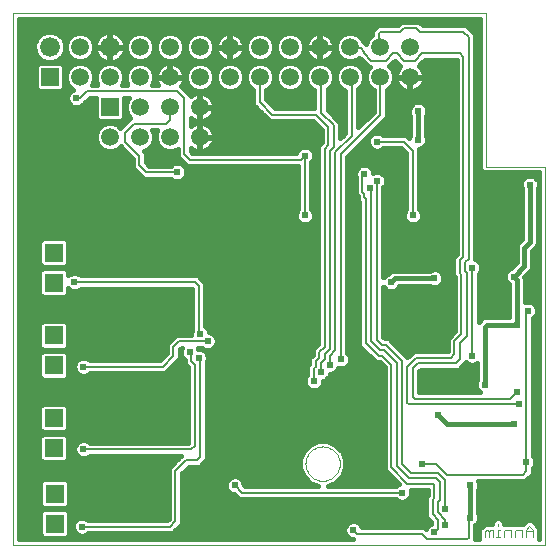
<source format=gbl>
G75*
%MOIN*%
%OFA0B0*%
%FSLAX24Y24*%
%IPPOS*%
%LPD*%
%AMOC8*
5,1,8,0,0,1.08239X$1,22.5*
%
%ADD10C,0.0000*%
%ADD11C,0.0030*%
%ADD12R,0.0591X0.0591*%
%ADD13C,0.0660*%
%ADD14C,0.0591*%
%ADD15R,0.0600X0.0600*%
%ADD16C,0.0240*%
%ADD17C,0.0160*%
%ADD18C,0.0080*%
D10*
X005744Y004971D02*
X023460Y004971D01*
X023460Y017570D01*
X021492Y017570D01*
X021492Y022688D01*
X005744Y022688D01*
X005744Y004971D01*
X015484Y007674D02*
X015486Y007721D01*
X015492Y007768D01*
X015501Y007814D01*
X015515Y007859D01*
X015532Y007903D01*
X015553Y007946D01*
X015577Y007986D01*
X015604Y008025D01*
X015635Y008061D01*
X015668Y008094D01*
X015704Y008125D01*
X015743Y008152D01*
X015783Y008176D01*
X015826Y008197D01*
X015870Y008214D01*
X015915Y008228D01*
X015961Y008237D01*
X016008Y008243D01*
X016055Y008245D01*
X016102Y008243D01*
X016149Y008237D01*
X016195Y008228D01*
X016240Y008214D01*
X016284Y008197D01*
X016327Y008176D01*
X016367Y008152D01*
X016406Y008125D01*
X016442Y008094D01*
X016475Y008061D01*
X016506Y008025D01*
X016533Y007986D01*
X016557Y007946D01*
X016578Y007903D01*
X016595Y007859D01*
X016609Y007814D01*
X016618Y007768D01*
X016624Y007721D01*
X016626Y007674D01*
X016624Y007627D01*
X016618Y007580D01*
X016609Y007534D01*
X016595Y007489D01*
X016578Y007445D01*
X016557Y007402D01*
X016533Y007362D01*
X016506Y007323D01*
X016475Y007287D01*
X016442Y007254D01*
X016406Y007223D01*
X016367Y007196D01*
X016327Y007172D01*
X016284Y007151D01*
X016240Y007134D01*
X016195Y007120D01*
X016149Y007111D01*
X016102Y007105D01*
X016055Y007103D01*
X016008Y007105D01*
X015961Y007111D01*
X015915Y007120D01*
X015870Y007134D01*
X015826Y007151D01*
X015783Y007172D01*
X015743Y007196D01*
X015704Y007223D01*
X015668Y007254D01*
X015635Y007287D01*
X015604Y007323D01*
X015577Y007362D01*
X015553Y007402D01*
X015532Y007445D01*
X015515Y007489D01*
X015501Y007534D01*
X015492Y007580D01*
X015486Y007627D01*
X015484Y007674D01*
D11*
X021471Y005412D02*
X021471Y005226D01*
X021595Y005226D02*
X021595Y005412D01*
X021533Y005473D01*
X021471Y005412D01*
X021595Y005412D02*
X021656Y005473D01*
X021718Y005473D01*
X021718Y005226D01*
X021840Y005226D02*
X021964Y005226D01*
X021902Y005226D02*
X021902Y005473D01*
X021964Y005473D01*
X022085Y005412D02*
X022147Y005473D01*
X022332Y005473D01*
X022332Y005226D01*
X022454Y005226D02*
X022454Y005412D01*
X022515Y005473D01*
X022700Y005473D01*
X022700Y005226D01*
X022822Y005226D02*
X022822Y005473D01*
X022945Y005597D01*
X023069Y005473D01*
X023069Y005226D01*
X023069Y005412D02*
X022822Y005412D01*
X022085Y005412D02*
X022085Y005226D01*
X021902Y005597D02*
X021902Y005658D01*
D12*
X008960Y019558D03*
X006960Y020558D03*
D13*
X006960Y021558D03*
X008960Y021558D03*
D14*
X009960Y021558D03*
X010960Y021558D03*
X011960Y021558D03*
X012960Y021558D03*
X013960Y021558D03*
X014960Y021558D03*
X015960Y021558D03*
X016960Y021558D03*
X017960Y021558D03*
X018960Y021558D03*
X018960Y020558D03*
X017960Y020558D03*
X016960Y020558D03*
X015960Y020558D03*
X014960Y020558D03*
X013960Y020558D03*
X012960Y020558D03*
X011960Y020558D03*
X010960Y020558D03*
X009960Y020558D03*
X008960Y020558D03*
X007960Y020558D03*
X007960Y021558D03*
X009960Y019558D03*
X010960Y019558D03*
X011960Y019558D03*
X011960Y018558D03*
X010960Y018558D03*
X009960Y018558D03*
X008960Y018558D03*
D15*
X007097Y014707D03*
X007097Y013707D03*
X007097Y011951D03*
X007097Y010951D03*
X007097Y009195D03*
X007097Y008195D03*
X007120Y006676D03*
X007120Y005676D03*
D16*
X008024Y005571D03*
X008684Y006051D03*
X010724Y005871D03*
X010724Y005271D03*
X012224Y005751D03*
X013124Y006951D03*
X014024Y008691D03*
X016124Y008631D03*
X015764Y010431D03*
X016004Y010731D03*
X016304Y010971D03*
X016664Y011151D03*
X016604Y010551D03*
X019904Y009291D03*
X021464Y010311D03*
X020624Y010671D03*
X021044Y011271D03*
X022544Y012291D03*
X022904Y012771D03*
X022424Y013911D03*
X022004Y014271D03*
X021044Y014211D03*
X019784Y013851D03*
X018884Y014391D03*
X018344Y013731D03*
X018644Y015531D03*
X019064Y015951D03*
X017624Y016851D03*
X017864Y017091D03*
X017444Y017331D03*
X017864Y018411D03*
X019244Y018471D03*
X019244Y019431D03*
X015464Y017931D03*
X015464Y015951D03*
X011984Y014931D03*
X010724Y013191D03*
X010604Y011991D03*
X011624Y011391D03*
X011924Y011211D03*
X012224Y011751D03*
X011984Y011991D03*
X013904Y012711D03*
X009344Y009591D03*
X009404Y008451D03*
X008084Y008151D03*
X008084Y010911D03*
X007784Y013731D03*
X011204Y017391D03*
X007844Y019851D03*
X021344Y016191D03*
X022964Y016971D03*
X022544Y010071D03*
X022604Y009651D03*
X022424Y008991D03*
X022844Y007731D03*
X020984Y006951D03*
X020144Y006171D03*
X020144Y005631D03*
X019784Y005391D03*
X020984Y005871D03*
X018704Y006711D03*
X019364Y007671D03*
X017084Y005451D03*
X015884Y005271D03*
X015944Y006411D03*
D17*
X015886Y006931D02*
X013455Y006931D01*
X013424Y006963D01*
X013424Y007011D01*
X013378Y007121D01*
X013294Y007206D01*
X013183Y007251D01*
X013064Y007251D01*
X012954Y007206D01*
X012869Y007121D01*
X012824Y007011D01*
X012824Y006892D01*
X012869Y006782D01*
X012954Y006697D01*
X013064Y006651D01*
X013113Y006651D01*
X013273Y006491D01*
X018499Y006491D01*
X018534Y006457D01*
X018644Y006411D01*
X018763Y006411D01*
X018874Y006457D01*
X018958Y006542D01*
X019004Y006652D01*
X019004Y006771D01*
X018995Y006791D01*
X019564Y006791D01*
X019564Y006623D01*
X019504Y006563D01*
X019504Y005900D01*
X019633Y005771D01*
X019684Y005720D01*
X019684Y005675D01*
X019614Y005646D01*
X019529Y005561D01*
X019505Y005502D01*
X019455Y005551D01*
X017367Y005551D01*
X017338Y005621D01*
X017254Y005706D01*
X017143Y005751D01*
X017024Y005751D01*
X016914Y005706D01*
X016829Y005621D01*
X016784Y005511D01*
X016784Y005392D01*
X016829Y005282D01*
X016914Y005197D01*
X017024Y005151D01*
X017073Y005151D01*
X005924Y005151D01*
X005924Y022508D01*
X021312Y022508D01*
X021312Y017495D01*
X021417Y017390D01*
X023280Y017390D01*
X023280Y005151D01*
X023264Y005151D01*
X023264Y005554D01*
X023140Y005678D01*
X023026Y005792D01*
X022864Y005792D01*
X022741Y005668D01*
X022434Y005668D01*
X022424Y005658D01*
X022413Y005668D01*
X022097Y005668D01*
X022097Y005739D01*
X021983Y005853D01*
X021821Y005853D01*
X021707Y005739D01*
X021707Y005668D01*
X021532Y005668D01*
X021452Y005668D01*
X021391Y005607D01*
X021276Y005492D01*
X021276Y005151D01*
X021144Y005151D01*
X021144Y005613D01*
X021154Y005617D01*
X021238Y005702D01*
X021284Y005812D01*
X021284Y005931D01*
X021244Y006028D01*
X021244Y006795D01*
X021284Y006892D01*
X021284Y007011D01*
X021250Y007091D01*
X022815Y007091D01*
X022935Y007211D01*
X023064Y007340D01*
X023064Y007527D01*
X023098Y007562D01*
X023144Y007672D01*
X023144Y007791D01*
X023098Y007901D01*
X023064Y007936D01*
X023064Y012513D01*
X023074Y012517D01*
X023158Y012602D01*
X023204Y012712D01*
X023204Y012831D01*
X023158Y012941D01*
X023074Y013026D01*
X022963Y013071D01*
X022844Y013071D01*
X022804Y013055D01*
X022804Y013055D01*
X022804Y013843D01*
X022780Y013900D01*
X022931Y014051D01*
X023004Y014124D01*
X023044Y014220D01*
X023044Y014764D01*
X023111Y014831D01*
X023184Y014904D01*
X023224Y015000D01*
X023224Y016815D01*
X023264Y016912D01*
X023264Y017031D01*
X023218Y017141D01*
X023134Y017226D01*
X023023Y017271D01*
X022904Y017271D01*
X022794Y017226D01*
X022709Y017141D01*
X022664Y017031D01*
X022664Y016912D01*
X022704Y016815D01*
X022704Y015159D01*
X022563Y015019D01*
X022524Y014923D01*
X022524Y014379D01*
X022350Y014206D01*
X022254Y014166D01*
X022169Y014081D01*
X022124Y013971D01*
X022124Y013852D01*
X022169Y013742D01*
X022254Y013657D01*
X022284Y013645D01*
X022284Y012551D01*
X021472Y012551D01*
X021376Y012512D01*
X021316Y012452D01*
X021264Y012399D01*
X021264Y014007D01*
X021298Y014042D01*
X021344Y014152D01*
X021344Y014271D01*
X021298Y014381D01*
X021214Y014466D01*
X021144Y014495D01*
X021144Y021983D01*
X020964Y022163D01*
X020835Y022291D01*
X019395Y022291D01*
X019275Y022411D01*
X018673Y022411D01*
X018553Y022291D01*
X017893Y022291D01*
X017833Y022231D01*
X017704Y022103D01*
X017704Y021966D01*
X017691Y021961D01*
X017557Y021827D01*
X017493Y021673D01*
X017415Y021751D01*
X017395Y021751D01*
X017363Y021827D01*
X017229Y021961D01*
X017055Y022033D01*
X016866Y022033D01*
X016691Y021961D01*
X016557Y021827D01*
X016485Y021653D01*
X016485Y021464D01*
X016557Y021289D01*
X016691Y021155D01*
X016866Y021083D01*
X017055Y021083D01*
X017229Y021155D01*
X017279Y021205D01*
X017353Y021131D01*
X017593Y020891D01*
X017621Y020891D01*
X017557Y020827D01*
X017485Y020653D01*
X017485Y020464D01*
X017557Y020289D01*
X017691Y020155D01*
X017764Y020125D01*
X017764Y019403D01*
X017244Y018883D01*
X017244Y020169D01*
X017363Y020289D01*
X017436Y020464D01*
X017436Y020653D01*
X017363Y020827D01*
X017229Y020961D01*
X017055Y021033D01*
X016866Y021033D01*
X016691Y020961D01*
X016557Y020827D01*
X016485Y020653D01*
X016485Y020464D01*
X016557Y020289D01*
X016691Y020155D01*
X016804Y020108D01*
X016804Y018683D01*
X016644Y018523D01*
X016644Y019043D01*
X016224Y019463D01*
X016224Y020153D01*
X016229Y020155D01*
X016363Y020289D01*
X016436Y020464D01*
X016436Y020653D01*
X016363Y020827D01*
X016229Y020961D01*
X016055Y021033D01*
X015866Y021033D01*
X015691Y020961D01*
X015557Y020827D01*
X015485Y020653D01*
X015485Y020464D01*
X015557Y020289D01*
X015691Y020155D01*
X015784Y020117D01*
X015784Y019531D01*
X014475Y019531D01*
X014184Y019823D01*
X014184Y020136D01*
X014229Y020155D01*
X014363Y020289D01*
X014436Y020464D01*
X014436Y020653D01*
X014363Y020827D01*
X014229Y020961D01*
X014055Y021033D01*
X013866Y021033D01*
X013691Y020961D01*
X013557Y020827D01*
X013485Y020653D01*
X013485Y020464D01*
X013557Y020289D01*
X013691Y020155D01*
X013744Y020133D01*
X013744Y019640D01*
X013873Y019511D01*
X014293Y019091D01*
X015733Y019091D01*
X016024Y018800D01*
X016024Y018383D01*
X015904Y018263D01*
X015904Y011663D01*
X015724Y011483D01*
X015724Y011303D01*
X015604Y011183D01*
X015604Y011003D01*
X015544Y010943D01*
X015544Y010636D01*
X015509Y010601D01*
X015464Y010491D01*
X015464Y010372D01*
X015509Y010262D01*
X015594Y010177D01*
X015704Y010131D01*
X015823Y010131D01*
X015934Y010177D01*
X016018Y010262D01*
X016064Y010372D01*
X016064Y010432D01*
X016174Y010477D01*
X016258Y010562D01*
X016304Y010671D01*
X016363Y010671D01*
X016474Y010717D01*
X016558Y010802D01*
X016582Y010860D01*
X016604Y010851D01*
X016723Y010851D01*
X016834Y010897D01*
X016918Y010982D01*
X016964Y011092D01*
X016964Y011211D01*
X016918Y011321D01*
X016884Y011356D01*
X016884Y017900D01*
X018075Y019091D01*
X018204Y019220D01*
X018204Y020144D01*
X018229Y020155D01*
X018363Y020289D01*
X018436Y020464D01*
X018436Y020653D01*
X018363Y020827D01*
X018277Y020914D01*
X018384Y021020D01*
X018464Y021100D01*
X018647Y020917D01*
X018598Y020868D01*
X018554Y020807D01*
X018520Y020741D01*
X018497Y020669D01*
X018485Y020595D01*
X018485Y020576D01*
X018942Y020576D01*
X018942Y020540D01*
X018485Y020540D01*
X018485Y020521D01*
X018497Y020447D01*
X018520Y020376D01*
X018554Y020309D01*
X018598Y020248D01*
X018651Y020196D01*
X018711Y020152D01*
X018778Y020118D01*
X018849Y020094D01*
X018923Y020083D01*
X018942Y020083D01*
X018942Y020540D01*
X018979Y020540D01*
X018979Y020576D01*
X019436Y020576D01*
X019436Y020595D01*
X019424Y020669D01*
X019401Y020741D01*
X019367Y020807D01*
X019323Y020868D01*
X019270Y020921D01*
X019255Y020931D01*
X019344Y021020D01*
X019455Y021131D01*
X020524Y021131D01*
X020524Y014663D01*
X020404Y014543D01*
X020404Y013940D01*
X020464Y013880D01*
X020464Y012083D01*
X020224Y011843D01*
X020224Y011431D01*
X019093Y011431D01*
X018964Y011303D01*
X018884Y011223D01*
X018384Y011723D01*
X018255Y011851D01*
X018135Y011851D01*
X018084Y011903D01*
X018084Y013575D01*
X018089Y013562D01*
X018174Y013477D01*
X018284Y013431D01*
X018403Y013431D01*
X018514Y013477D01*
X018598Y013562D01*
X018610Y013591D01*
X019627Y013591D01*
X019724Y013551D01*
X019843Y013551D01*
X019954Y013597D01*
X020038Y013682D01*
X020084Y013792D01*
X020084Y013911D01*
X020038Y014021D01*
X019954Y014106D01*
X019843Y014151D01*
X019724Y014151D01*
X019627Y014111D01*
X018412Y014111D01*
X018316Y014072D01*
X018270Y014026D01*
X018174Y013986D01*
X018089Y013901D01*
X018084Y013888D01*
X018084Y016887D01*
X018118Y016922D01*
X018164Y017032D01*
X018164Y017151D01*
X018118Y017261D01*
X018034Y017346D01*
X017923Y017391D01*
X017804Y017391D01*
X017744Y017366D01*
X017744Y017391D01*
X017698Y017501D01*
X017614Y017586D01*
X017503Y017631D01*
X017384Y017631D01*
X017274Y017586D01*
X017189Y017501D01*
X017144Y017391D01*
X017144Y017272D01*
X017164Y017223D01*
X017164Y016640D01*
X017224Y016580D01*
X017224Y016460D01*
X017284Y016400D01*
X017284Y011600D01*
X017413Y011471D01*
X017833Y011051D01*
X017953Y011051D01*
X018124Y010880D01*
X018124Y007460D01*
X018253Y007331D01*
X018594Y006991D01*
X018534Y006966D01*
X018499Y006931D01*
X016224Y006931D01*
X016480Y007038D01*
X016691Y007249D01*
X016806Y007525D01*
X016806Y007824D01*
X016691Y008100D01*
X016480Y008311D01*
X016204Y008425D01*
X015905Y008425D01*
X015629Y008311D01*
X015418Y008100D01*
X015304Y007824D01*
X015304Y007525D01*
X015418Y007249D01*
X015629Y007038D01*
X015886Y006931D01*
X015643Y007032D02*
X013415Y007032D01*
X013309Y007190D02*
X015477Y007190D01*
X015377Y007349D02*
X011372Y007349D01*
X011364Y007340D02*
X011595Y007571D01*
X011955Y007571D01*
X012075Y007691D01*
X012204Y007820D01*
X012204Y011103D01*
X012224Y011152D01*
X012224Y011271D01*
X012178Y011381D01*
X012094Y011466D01*
X011983Y011511D01*
X011899Y011511D01*
X011890Y011531D01*
X012019Y011531D01*
X012054Y011497D01*
X012164Y011451D01*
X012283Y011451D01*
X012394Y011497D01*
X012478Y011582D01*
X012524Y011692D01*
X012524Y011811D01*
X012478Y011921D01*
X012394Y012006D01*
X012284Y012051D01*
X012238Y012161D01*
X012154Y012246D01*
X012144Y012250D01*
X012144Y013703D01*
X012015Y013831D01*
X011895Y013951D01*
X007988Y013951D01*
X007954Y013986D01*
X007843Y014031D01*
X007724Y014031D01*
X007614Y013986D01*
X007577Y013949D01*
X007577Y014081D01*
X007472Y014187D01*
X006723Y014187D01*
X006617Y014081D01*
X006617Y013332D01*
X006723Y013227D01*
X007472Y013227D01*
X007577Y013332D01*
X007577Y013513D01*
X007614Y013477D01*
X007724Y013431D01*
X007843Y013431D01*
X007954Y013477D01*
X007988Y013511D01*
X011704Y013511D01*
X011704Y012099D01*
X011684Y012051D01*
X011684Y011971D01*
X011173Y011971D01*
X011044Y011843D01*
X011044Y011843D01*
X010993Y011791D01*
X010993Y011791D01*
X010864Y011663D01*
X010864Y011363D01*
X010633Y011131D01*
X008288Y011131D01*
X008254Y011166D01*
X008143Y011211D01*
X008024Y011211D01*
X007914Y011166D01*
X007829Y011081D01*
X007784Y010971D01*
X007784Y010852D01*
X007829Y010742D01*
X007914Y010657D01*
X008024Y010611D01*
X008143Y010611D01*
X008254Y010657D01*
X008288Y010691D01*
X010815Y010691D01*
X011175Y011051D01*
X011304Y011180D01*
X011304Y011480D01*
X011355Y011531D01*
X011357Y011531D01*
X011324Y011451D01*
X011324Y011332D01*
X011369Y011222D01*
X011454Y011137D01*
X011464Y011133D01*
X011464Y011000D01*
X011584Y010880D01*
X011584Y008371D01*
X008288Y008371D01*
X008254Y008406D01*
X008143Y008451D01*
X008024Y008451D01*
X007914Y008406D01*
X007829Y008321D01*
X007784Y008211D01*
X007784Y008092D01*
X007829Y007982D01*
X007914Y007897D01*
X008024Y007851D01*
X008143Y007851D01*
X008254Y007897D01*
X008288Y007931D01*
X011333Y007931D01*
X011284Y007883D01*
X010924Y007523D01*
X010924Y005843D01*
X010873Y005791D01*
X008228Y005791D01*
X008194Y005826D01*
X008083Y005871D01*
X007964Y005871D01*
X007854Y005826D01*
X007769Y005741D01*
X007724Y005631D01*
X007724Y005512D01*
X007769Y005402D01*
X007854Y005317D01*
X007964Y005271D01*
X008083Y005271D01*
X008194Y005317D01*
X008228Y005351D01*
X011055Y005351D01*
X011235Y005531D01*
X011364Y005660D01*
X011364Y007340D01*
X011364Y007190D02*
X012938Y007190D01*
X012832Y007032D02*
X011364Y007032D01*
X011364Y006873D02*
X012831Y006873D01*
X012936Y006715D02*
X011364Y006715D01*
X011364Y006556D02*
X013208Y006556D01*
X012224Y005751D02*
X011744Y005751D01*
X011264Y005271D01*
X010724Y005271D01*
X011150Y005447D02*
X016784Y005447D01*
X016823Y005605D02*
X011309Y005605D01*
X011364Y005764D02*
X019640Y005764D01*
X019573Y005605D02*
X017345Y005605D01*
X016826Y005288D02*
X008124Y005288D01*
X007923Y005288D02*
X007588Y005288D01*
X007600Y005301D02*
X007600Y006050D01*
X007495Y006156D01*
X006746Y006156D01*
X006640Y006050D01*
X006640Y005301D01*
X006746Y005196D01*
X007495Y005196D01*
X007600Y005301D01*
X007600Y005447D02*
X007751Y005447D01*
X007724Y005605D02*
X007600Y005605D01*
X007600Y005764D02*
X007792Y005764D01*
X007600Y005922D02*
X010924Y005922D01*
X010924Y006081D02*
X007570Y006081D01*
X007495Y006196D02*
X007600Y006301D01*
X007600Y007050D01*
X007495Y007156D01*
X006746Y007156D01*
X006640Y007050D01*
X006640Y006301D01*
X006746Y006196D01*
X007495Y006196D01*
X007539Y006239D02*
X010924Y006239D01*
X010924Y006398D02*
X007600Y006398D01*
X007600Y006556D02*
X010924Y006556D01*
X010924Y006715D02*
X007600Y006715D01*
X007600Y006873D02*
X010924Y006873D01*
X010924Y007032D02*
X007600Y007032D01*
X007472Y007715D02*
X006723Y007715D01*
X006617Y007820D01*
X006617Y008569D01*
X006723Y008675D01*
X007472Y008675D01*
X007577Y008569D01*
X007577Y007820D01*
X007472Y007715D01*
X007577Y007824D02*
X011226Y007824D01*
X011067Y007666D02*
X005924Y007666D01*
X005924Y007824D02*
X006617Y007824D01*
X006617Y007983D02*
X005924Y007983D01*
X005924Y008141D02*
X006617Y008141D01*
X006617Y008300D02*
X005924Y008300D01*
X005924Y008458D02*
X006617Y008458D01*
X006665Y008617D02*
X005924Y008617D01*
X005924Y008775D02*
X006662Y008775D01*
X006617Y008820D02*
X006723Y008715D01*
X007472Y008715D01*
X007577Y008820D01*
X007577Y009569D01*
X007472Y009675D01*
X006723Y009675D01*
X006617Y009569D01*
X006617Y008820D01*
X006617Y008934D02*
X005924Y008934D01*
X005924Y009092D02*
X006617Y009092D01*
X006617Y009251D02*
X005924Y009251D01*
X005924Y009409D02*
X006617Y009409D01*
X006617Y009568D02*
X005924Y009568D01*
X005924Y009726D02*
X011584Y009726D01*
X011584Y009568D02*
X007577Y009568D01*
X007577Y009409D02*
X011584Y009409D01*
X011584Y009251D02*
X007577Y009251D01*
X007577Y009092D02*
X011584Y009092D01*
X011584Y008934D02*
X007577Y008934D01*
X007533Y008775D02*
X011584Y008775D01*
X011584Y008617D02*
X007530Y008617D01*
X007577Y008458D02*
X011584Y008458D01*
X012204Y008458D02*
X018124Y008458D01*
X018124Y008300D02*
X016491Y008300D01*
X016649Y008141D02*
X018124Y008141D01*
X018124Y007983D02*
X016740Y007983D01*
X016805Y007824D02*
X018124Y007824D01*
X018124Y007666D02*
X016806Y007666D01*
X016798Y007507D02*
X018124Y007507D01*
X018235Y007349D02*
X016733Y007349D01*
X016633Y007190D02*
X018394Y007190D01*
X018253Y007331D02*
X018253Y007331D01*
X018552Y007032D02*
X016466Y007032D01*
X015311Y007507D02*
X011531Y007507D01*
X012049Y007666D02*
X015304Y007666D01*
X015304Y007824D02*
X012204Y007824D01*
X012204Y007983D02*
X015370Y007983D01*
X015460Y008141D02*
X012204Y008141D01*
X012204Y008300D02*
X015619Y008300D01*
X016064Y008691D02*
X016124Y008631D01*
X016184Y008691D01*
X016184Y010311D01*
X016424Y010551D01*
X016604Y010551D01*
X016378Y010677D02*
X018124Y010677D01*
X018124Y010519D02*
X016215Y010519D01*
X016059Y010360D02*
X018124Y010360D01*
X018124Y010202D02*
X015958Y010202D01*
X015569Y010202D02*
X012204Y010202D01*
X012204Y010360D02*
X015468Y010360D01*
X015475Y010519D02*
X012204Y010519D01*
X012204Y010677D02*
X015544Y010677D01*
X015544Y010836D02*
X012204Y010836D01*
X012204Y010994D02*
X015596Y010994D01*
X015604Y011153D02*
X012224Y011153D01*
X012207Y011311D02*
X015724Y011311D01*
X015724Y011470D02*
X012328Y011470D01*
X012119Y011470D02*
X012084Y011470D01*
X012497Y011628D02*
X015870Y011628D01*
X015904Y011787D02*
X012524Y011787D01*
X012454Y011945D02*
X015904Y011945D01*
X015904Y012104D02*
X012262Y012104D01*
X012144Y012262D02*
X015904Y012262D01*
X015904Y012421D02*
X012144Y012421D01*
X012144Y012579D02*
X015904Y012579D01*
X015904Y012738D02*
X012144Y012738D01*
X012144Y012896D02*
X015904Y012896D01*
X015904Y013055D02*
X012144Y013055D01*
X012144Y013213D02*
X015904Y013213D01*
X015904Y013372D02*
X012144Y013372D01*
X012144Y013530D02*
X015904Y013530D01*
X015904Y013689D02*
X012144Y013689D01*
X011999Y013847D02*
X015904Y013847D01*
X015904Y014006D02*
X007905Y014006D01*
X007663Y014006D02*
X007577Y014006D01*
X007494Y014164D02*
X015904Y014164D01*
X015904Y014323D02*
X007568Y014323D01*
X007577Y014332D02*
X007577Y015081D01*
X007472Y015187D01*
X006723Y015187D01*
X006617Y015081D01*
X006617Y014332D01*
X006723Y014227D01*
X007472Y014227D01*
X007577Y014332D01*
X007577Y014481D02*
X015904Y014481D01*
X015904Y014640D02*
X007577Y014640D01*
X007577Y014798D02*
X015904Y014798D01*
X015904Y014957D02*
X007577Y014957D01*
X007543Y015115D02*
X015904Y015115D01*
X015904Y015274D02*
X005924Y015274D01*
X005924Y015432D02*
X015904Y015432D01*
X015904Y015591D02*
X005924Y015591D01*
X005924Y015749D02*
X015241Y015749D01*
X015209Y015782D02*
X015294Y015697D01*
X015404Y015651D01*
X015523Y015651D01*
X015634Y015697D01*
X015718Y015782D01*
X015764Y015892D01*
X015764Y016011D01*
X015718Y016121D01*
X015684Y016156D01*
X015684Y017727D01*
X015718Y017762D01*
X015764Y017872D01*
X015764Y017991D01*
X015718Y018101D01*
X015634Y018186D01*
X015523Y018231D01*
X015404Y018231D01*
X015294Y018186D01*
X015209Y018101D01*
X015180Y018031D01*
X011715Y018031D01*
X011664Y018083D01*
X011664Y018186D01*
X011711Y018152D01*
X011778Y018118D01*
X011849Y018094D01*
X011923Y018083D01*
X011942Y018083D01*
X011942Y018540D01*
X011979Y018540D01*
X011979Y018576D01*
X012436Y018576D01*
X012436Y018595D01*
X012424Y018669D01*
X012401Y018741D01*
X012367Y018807D01*
X012323Y018868D01*
X012270Y018921D01*
X012209Y018965D01*
X012143Y018999D01*
X012072Y019022D01*
X011998Y019033D01*
X011979Y019033D01*
X011979Y018577D01*
X011942Y018577D01*
X011942Y019033D01*
X011923Y019033D01*
X011849Y019022D01*
X011778Y018999D01*
X011711Y018965D01*
X011664Y018930D01*
X011664Y019186D01*
X011711Y019152D01*
X011778Y019118D01*
X011849Y019094D01*
X011923Y019083D01*
X011942Y019083D01*
X011942Y019540D01*
X011979Y019540D01*
X011979Y019576D01*
X012436Y019576D01*
X012436Y019595D01*
X012424Y019669D01*
X012401Y019741D01*
X012367Y019807D01*
X012323Y019868D01*
X012270Y019921D01*
X012209Y019965D01*
X012143Y019999D01*
X012072Y020022D01*
X011998Y020033D01*
X011979Y020033D01*
X011979Y019577D01*
X011942Y019577D01*
X011942Y020033D01*
X011923Y020033D01*
X011849Y020022D01*
X011778Y019999D01*
X011711Y019965D01*
X011664Y019930D01*
X011664Y019943D01*
X011535Y020071D01*
X011338Y020269D01*
X011367Y020309D01*
X011401Y020376D01*
X011424Y020447D01*
X011436Y020521D01*
X011436Y020540D01*
X010979Y020540D01*
X010979Y020576D01*
X011436Y020576D01*
X011436Y020595D01*
X011424Y020669D01*
X011401Y020741D01*
X011367Y020807D01*
X011323Y020868D01*
X011270Y020921D01*
X011209Y020965D01*
X011143Y020999D01*
X011072Y021022D01*
X010998Y021033D01*
X010979Y021033D01*
X010979Y020577D01*
X010942Y020577D01*
X010942Y021033D01*
X010923Y021033D01*
X010849Y021022D01*
X010778Y020999D01*
X010711Y020965D01*
X010651Y020921D01*
X010598Y020868D01*
X010554Y020807D01*
X010520Y020741D01*
X010497Y020669D01*
X010485Y020595D01*
X010485Y020576D01*
X010942Y020576D01*
X010942Y020540D01*
X010485Y020540D01*
X010485Y020521D01*
X010497Y020447D01*
X010520Y020376D01*
X010552Y020311D01*
X010373Y020311D01*
X010436Y020464D01*
X010436Y020653D01*
X010363Y020827D01*
X010229Y020961D01*
X010055Y021033D01*
X009866Y021033D01*
X009691Y020961D01*
X009557Y020827D01*
X009485Y020653D01*
X009485Y020464D01*
X009548Y020311D01*
X009373Y020311D01*
X009436Y020464D01*
X009436Y020653D01*
X009363Y020827D01*
X009229Y020961D01*
X009055Y021033D01*
X008866Y021033D01*
X008691Y020961D01*
X008557Y020827D01*
X008485Y020653D01*
X008485Y020464D01*
X008548Y020311D01*
X008373Y020311D01*
X008436Y020464D01*
X008436Y020653D01*
X008363Y020827D01*
X008229Y020961D01*
X008055Y021033D01*
X007866Y021033D01*
X007691Y020961D01*
X007557Y020827D01*
X007485Y020653D01*
X007485Y020464D01*
X007557Y020289D01*
X007691Y020155D01*
X007742Y020134D01*
X007674Y020106D01*
X007589Y020021D01*
X007544Y019911D01*
X007544Y019792D01*
X007589Y019682D01*
X007674Y019597D01*
X007784Y019551D01*
X007903Y019551D01*
X008014Y019597D01*
X008048Y019631D01*
X008055Y019631D01*
X008295Y019871D01*
X008485Y019871D01*
X008485Y019188D01*
X008590Y019083D01*
X009330Y019083D01*
X009436Y019188D01*
X009436Y019871D01*
X009601Y019871D01*
X009557Y019827D01*
X009485Y019653D01*
X009485Y019464D01*
X009557Y019289D01*
X009644Y019203D01*
X009544Y019103D01*
X009316Y018875D01*
X009229Y018961D01*
X009055Y019033D01*
X008866Y019033D01*
X008691Y018961D01*
X008557Y018827D01*
X008485Y018653D01*
X008485Y018464D01*
X008557Y018289D01*
X008691Y018155D01*
X008866Y018083D01*
X009055Y018083D01*
X009229Y018155D01*
X009319Y018245D01*
X009373Y018191D01*
X009724Y017840D01*
X009724Y017540D01*
X009853Y017411D01*
X010093Y017171D01*
X010999Y017171D01*
X011034Y017137D01*
X011144Y017091D01*
X011263Y017091D01*
X011374Y017137D01*
X011458Y017222D01*
X011504Y017332D01*
X011504Y017451D01*
X011458Y017561D01*
X011374Y017646D01*
X011263Y017691D01*
X011144Y017691D01*
X011034Y017646D01*
X010999Y017611D01*
X010275Y017611D01*
X010164Y017723D01*
X010164Y018023D01*
X010089Y018097D01*
X010229Y018155D01*
X010363Y018289D01*
X010436Y018464D01*
X010436Y018653D01*
X010378Y018791D01*
X010542Y018791D01*
X010485Y018653D01*
X010485Y018464D01*
X010557Y018289D01*
X010691Y018155D01*
X010866Y018083D01*
X011055Y018083D01*
X011224Y018153D01*
X011224Y017900D01*
X011404Y017720D01*
X011533Y017591D01*
X015244Y017591D01*
X015244Y016156D01*
X015209Y016121D01*
X015164Y016011D01*
X015164Y015892D01*
X015209Y015782D01*
X015164Y015908D02*
X005924Y015908D01*
X005924Y016066D02*
X015187Y016066D01*
X015244Y016225D02*
X005924Y016225D01*
X005924Y016383D02*
X015244Y016383D01*
X015244Y016542D02*
X005924Y016542D01*
X005924Y016700D02*
X015244Y016700D01*
X015244Y016859D02*
X005924Y016859D01*
X005924Y017017D02*
X015244Y017017D01*
X015244Y017176D02*
X011412Y017176D01*
X011504Y017334D02*
X015244Y017334D01*
X015244Y017493D02*
X011486Y017493D01*
X011473Y017651D02*
X011360Y017651D01*
X011314Y017810D02*
X010164Y017810D01*
X010164Y017968D02*
X011224Y017968D01*
X011224Y018127D02*
X011161Y018127D01*
X010759Y018127D02*
X010161Y018127D01*
X010360Y018285D02*
X010561Y018285D01*
X010493Y018444D02*
X010427Y018444D01*
X010436Y018602D02*
X010485Y018602D01*
X010530Y018761D02*
X010391Y018761D01*
X009610Y019236D02*
X009436Y019236D01*
X009436Y019395D02*
X009513Y019395D01*
X009485Y019553D02*
X009436Y019553D01*
X009436Y019712D02*
X009510Y019712D01*
X009436Y019870D02*
X009601Y019870D01*
X009534Y020346D02*
X009387Y020346D01*
X009436Y020504D02*
X009485Y020504D01*
X009489Y020663D02*
X009431Y020663D01*
X009366Y020821D02*
X009555Y020821D01*
X009737Y020980D02*
X009184Y020980D01*
X009156Y021085D02*
X009228Y021122D01*
X009292Y021169D01*
X009349Y021226D01*
X009396Y021291D01*
X009433Y021362D01*
X009458Y021439D01*
X009470Y021518D01*
X009470Y021540D01*
X008979Y021540D01*
X008979Y021576D01*
X009470Y021576D01*
X009470Y021598D01*
X009458Y021677D01*
X009433Y021754D01*
X009396Y021825D01*
X009349Y021890D01*
X009292Y021947D01*
X009228Y021994D01*
X009156Y022031D01*
X009080Y022056D01*
X009000Y022068D01*
X008979Y022068D01*
X008979Y021577D01*
X008942Y021577D01*
X008942Y022068D01*
X008920Y022068D01*
X008841Y022056D01*
X008764Y022031D01*
X008693Y021994D01*
X008628Y021947D01*
X008571Y021890D01*
X008524Y021825D01*
X008488Y021754D01*
X008463Y021677D01*
X008450Y021598D01*
X008450Y021576D01*
X008942Y021576D01*
X008942Y021540D01*
X008450Y021540D01*
X008450Y021518D01*
X008463Y021439D01*
X008488Y021362D01*
X008524Y021291D01*
X008571Y021226D01*
X008628Y021169D01*
X008693Y021122D01*
X008764Y021085D01*
X008841Y021061D01*
X008920Y021048D01*
X008942Y021048D01*
X008942Y021540D01*
X008979Y021540D01*
X008979Y021048D01*
X009000Y021048D01*
X009080Y021061D01*
X009156Y021085D01*
X009250Y021138D02*
X009731Y021138D01*
X009691Y021155D02*
X009866Y021083D01*
X010055Y021083D01*
X010229Y021155D01*
X010363Y021289D01*
X010436Y021464D01*
X010436Y021653D01*
X010363Y021827D01*
X010229Y021961D01*
X010055Y022033D01*
X009866Y022033D01*
X009691Y021961D01*
X009557Y021827D01*
X009485Y021653D01*
X009485Y021464D01*
X009557Y021289D01*
X009691Y021155D01*
X009554Y021297D02*
X009400Y021297D01*
X009460Y021455D02*
X009488Y021455D01*
X009485Y021614D02*
X009468Y021614D01*
X009423Y021772D02*
X009535Y021772D01*
X009661Y021931D02*
X009309Y021931D01*
X008979Y021931D02*
X008942Y021931D01*
X008924Y022011D02*
X008924Y021595D01*
X008960Y021558D01*
X008942Y021614D02*
X008979Y021614D01*
X008979Y021772D02*
X008942Y021772D01*
X008924Y022011D02*
X008624Y022311D01*
X006464Y022311D01*
X006044Y021891D01*
X006044Y019251D01*
X007844Y017451D01*
X007844Y016011D01*
X008924Y014931D01*
X011984Y014931D01*
X011704Y013372D02*
X007577Y013372D01*
X006617Y013372D02*
X005924Y013372D01*
X005924Y013530D02*
X006617Y013530D01*
X006617Y013689D02*
X005924Y013689D01*
X005924Y013847D02*
X006617Y013847D01*
X006617Y014006D02*
X005924Y014006D01*
X005924Y014164D02*
X006701Y014164D01*
X006627Y014323D02*
X005924Y014323D01*
X005924Y014481D02*
X006617Y014481D01*
X006617Y014640D02*
X005924Y014640D01*
X005924Y014798D02*
X006617Y014798D01*
X006617Y014957D02*
X005924Y014957D01*
X005924Y015115D02*
X006652Y015115D01*
X005924Y013213D02*
X011704Y013213D01*
X011704Y013055D02*
X005924Y013055D01*
X005924Y012896D02*
X011704Y012896D01*
X011704Y012738D02*
X005924Y012738D01*
X005924Y012579D02*
X011704Y012579D01*
X011704Y012421D02*
X007482Y012421D01*
X007472Y012431D02*
X007577Y012325D01*
X007577Y011576D01*
X007472Y011471D01*
X006723Y011471D01*
X006617Y011576D01*
X006617Y012325D01*
X006723Y012431D01*
X007472Y012431D01*
X007577Y012262D02*
X011704Y012262D01*
X011704Y012104D02*
X007577Y012104D01*
X007577Y011945D02*
X011147Y011945D01*
X010988Y011787D02*
X007577Y011787D01*
X007577Y011628D02*
X010864Y011628D01*
X010864Y011470D02*
X005924Y011470D01*
X005924Y011628D02*
X006617Y011628D01*
X006617Y011787D02*
X005924Y011787D01*
X005924Y011945D02*
X006617Y011945D01*
X006617Y012104D02*
X005924Y012104D01*
X005924Y012262D02*
X006617Y012262D01*
X006713Y012421D02*
X005924Y012421D01*
X006723Y011431D02*
X006617Y011325D01*
X006617Y010576D01*
X006723Y010471D01*
X007472Y010471D01*
X007577Y010576D01*
X007577Y011325D01*
X007472Y011431D01*
X006723Y011431D01*
X006617Y011311D02*
X005924Y011311D01*
X005924Y011153D02*
X006617Y011153D01*
X006617Y010994D02*
X005924Y010994D01*
X005924Y010836D02*
X006617Y010836D01*
X006617Y010677D02*
X005924Y010677D01*
X005924Y010519D02*
X006675Y010519D01*
X005924Y010360D02*
X011584Y010360D01*
X011584Y010202D02*
X005924Y010202D01*
X005924Y010043D02*
X011584Y010043D01*
X011584Y009885D02*
X005924Y009885D01*
X007520Y010519D02*
X011584Y010519D01*
X011584Y010677D02*
X008274Y010677D01*
X007893Y010677D02*
X007577Y010677D01*
X007577Y010836D02*
X007790Y010836D01*
X007793Y010994D02*
X007577Y010994D01*
X007577Y011153D02*
X007901Y011153D01*
X007577Y011311D02*
X010813Y011311D01*
X010654Y011153D02*
X008266Y011153D01*
X010604Y011991D02*
X010604Y013071D01*
X010724Y013191D01*
X011304Y011470D02*
X011332Y011470D01*
X011332Y011311D02*
X011304Y011311D01*
X011276Y011153D02*
X011438Y011153D01*
X011470Y010994D02*
X011118Y010994D01*
X010959Y010836D02*
X011584Y010836D01*
X012204Y010043D02*
X018124Y010043D01*
X018124Y009885D02*
X012204Y009885D01*
X012204Y009726D02*
X018124Y009726D01*
X018124Y009568D02*
X012204Y009568D01*
X012204Y009409D02*
X018124Y009409D01*
X018124Y009251D02*
X012204Y009251D01*
X012204Y009092D02*
X018124Y009092D01*
X018124Y008934D02*
X012204Y008934D01*
X012204Y008775D02*
X018124Y008775D01*
X018124Y008617D02*
X012204Y008617D01*
X010924Y007507D02*
X005924Y007507D01*
X005924Y007349D02*
X010924Y007349D01*
X010924Y007190D02*
X005924Y007190D01*
X005924Y007032D02*
X006640Y007032D01*
X006640Y006873D02*
X005924Y006873D01*
X005924Y006715D02*
X006640Y006715D01*
X006640Y006556D02*
X005924Y006556D01*
X005924Y006398D02*
X006640Y006398D01*
X006702Y006239D02*
X005924Y006239D01*
X005924Y006081D02*
X006671Y006081D01*
X006640Y005922D02*
X005924Y005922D01*
X005924Y005764D02*
X006640Y005764D01*
X006640Y005605D02*
X005924Y005605D01*
X005924Y005447D02*
X006640Y005447D01*
X006653Y005288D02*
X005924Y005288D01*
X008684Y006051D02*
X010544Y006051D01*
X010724Y005871D01*
X011364Y005922D02*
X019504Y005922D01*
X019504Y006081D02*
X011364Y006081D01*
X011364Y006239D02*
X019504Y006239D01*
X019504Y006398D02*
X011364Y006398D01*
X009404Y008451D02*
X009344Y008511D01*
X009344Y009591D01*
X007820Y008300D02*
X007577Y008300D01*
X007577Y008141D02*
X007784Y008141D01*
X007829Y007983D02*
X007577Y007983D01*
X014024Y008691D02*
X016064Y008691D01*
X016572Y010836D02*
X018124Y010836D01*
X018010Y010994D02*
X016923Y010994D01*
X016964Y011153D02*
X017731Y011153D01*
X017573Y011311D02*
X016922Y011311D01*
X016884Y011470D02*
X017414Y011470D01*
X017284Y011628D02*
X016884Y011628D01*
X016884Y011787D02*
X017284Y011787D01*
X017284Y011945D02*
X016884Y011945D01*
X016884Y012104D02*
X017284Y012104D01*
X017284Y012262D02*
X016884Y012262D01*
X016884Y012421D02*
X017284Y012421D01*
X017284Y012579D02*
X016884Y012579D01*
X016884Y012738D02*
X017284Y012738D01*
X017284Y012896D02*
X016884Y012896D01*
X016884Y013055D02*
X017284Y013055D01*
X017284Y013213D02*
X016884Y013213D01*
X016884Y013372D02*
X017284Y013372D01*
X017284Y013530D02*
X016884Y013530D01*
X016884Y013689D02*
X017284Y013689D01*
X017284Y013847D02*
X016884Y013847D01*
X016884Y014006D02*
X017284Y014006D01*
X017284Y014164D02*
X016884Y014164D01*
X016884Y014323D02*
X017284Y014323D01*
X017284Y014481D02*
X016884Y014481D01*
X016884Y014640D02*
X017284Y014640D01*
X017284Y014798D02*
X016884Y014798D01*
X016884Y014957D02*
X017284Y014957D01*
X017284Y015115D02*
X016884Y015115D01*
X016884Y015274D02*
X017284Y015274D01*
X017284Y015432D02*
X016884Y015432D01*
X016884Y015591D02*
X017284Y015591D01*
X017284Y015749D02*
X016884Y015749D01*
X016884Y015908D02*
X017284Y015908D01*
X017284Y016066D02*
X016884Y016066D01*
X016884Y016225D02*
X017284Y016225D01*
X017284Y016383D02*
X016884Y016383D01*
X016884Y016542D02*
X017224Y016542D01*
X017164Y016700D02*
X016884Y016700D01*
X016884Y016859D02*
X017164Y016859D01*
X017164Y017017D02*
X016884Y017017D01*
X016884Y017176D02*
X017164Y017176D01*
X017144Y017334D02*
X016884Y017334D01*
X016884Y017493D02*
X017186Y017493D01*
X016884Y017651D02*
X018844Y017651D01*
X018844Y017493D02*
X017702Y017493D01*
X018045Y017334D02*
X018844Y017334D01*
X018844Y017176D02*
X018153Y017176D01*
X018158Y017017D02*
X018844Y017017D01*
X018844Y016859D02*
X018084Y016859D01*
X018084Y016700D02*
X018844Y016700D01*
X018844Y016542D02*
X018084Y016542D01*
X018084Y016383D02*
X018844Y016383D01*
X018844Y016225D02*
X018084Y016225D01*
X018084Y016066D02*
X018787Y016066D01*
X018809Y016121D02*
X018764Y016011D01*
X018764Y015892D01*
X018809Y015782D01*
X018894Y015697D01*
X019004Y015651D01*
X019123Y015651D01*
X019234Y015697D01*
X019318Y015782D01*
X019364Y015892D01*
X019364Y016011D01*
X019318Y016121D01*
X019284Y016156D01*
X019284Y018171D01*
X019303Y018171D01*
X019414Y018217D01*
X019498Y018302D01*
X019544Y018412D01*
X019544Y018531D01*
X019504Y018628D01*
X019504Y019275D01*
X019544Y019372D01*
X019544Y019491D01*
X019498Y019601D01*
X019414Y019686D01*
X019303Y019731D01*
X019184Y019731D01*
X019074Y019686D01*
X018989Y019601D01*
X018944Y019491D01*
X018944Y019372D01*
X018984Y019275D01*
X018984Y018628D01*
X018947Y018539D01*
X018855Y018631D01*
X018068Y018631D01*
X018034Y018666D01*
X017923Y018711D01*
X017804Y018711D01*
X017694Y018666D01*
X017609Y018581D01*
X017564Y018471D01*
X017564Y018352D01*
X017609Y018242D01*
X017694Y018157D01*
X017804Y018111D01*
X017923Y018111D01*
X018034Y018157D01*
X018068Y018191D01*
X018673Y018191D01*
X018844Y018020D01*
X018844Y016156D01*
X018809Y016121D01*
X018764Y015908D02*
X018084Y015908D01*
X018084Y015749D02*
X018841Y015749D01*
X018644Y015531D02*
X018884Y015291D01*
X018884Y014391D01*
X018464Y013851D02*
X018344Y013731D01*
X018464Y013851D02*
X019784Y013851D01*
X020084Y013847D02*
X020464Y013847D01*
X020464Y013689D02*
X020041Y013689D01*
X020464Y013530D02*
X018567Y013530D01*
X018120Y013530D02*
X018084Y013530D01*
X018084Y013372D02*
X020464Y013372D01*
X020464Y013213D02*
X018084Y013213D01*
X018084Y013055D02*
X020464Y013055D01*
X020464Y012896D02*
X018084Y012896D01*
X018084Y012738D02*
X020464Y012738D01*
X020464Y012579D02*
X018084Y012579D01*
X018084Y012421D02*
X020464Y012421D01*
X020464Y012262D02*
X018084Y012262D01*
X018084Y012104D02*
X020464Y012104D01*
X020327Y011945D02*
X018084Y011945D01*
X018319Y011787D02*
X020224Y011787D01*
X020224Y011628D02*
X018478Y011628D01*
X018636Y011470D02*
X020224Y011470D01*
X020715Y010931D02*
X020837Y011054D01*
X020874Y011017D01*
X020984Y010971D01*
X021103Y010971D01*
X021204Y011013D01*
X021204Y010468D01*
X021164Y010371D01*
X021164Y010252D01*
X021209Y010142D01*
X021294Y010057D01*
X021307Y010051D01*
X019284Y010051D01*
X019284Y010760D01*
X019335Y010811D01*
X020595Y010811D01*
X020715Y010931D01*
X020778Y010994D02*
X020928Y010994D01*
X021159Y010994D02*
X021204Y010994D01*
X021204Y010836D02*
X020619Y010836D01*
X021204Y010677D02*
X019284Y010677D01*
X019284Y010519D02*
X021204Y010519D01*
X021164Y010360D02*
X019284Y010360D01*
X019284Y010202D02*
X021184Y010202D01*
X021464Y010311D02*
X021464Y012231D01*
X021524Y012291D01*
X022544Y012291D01*
X022544Y013791D01*
X022424Y013911D01*
X022784Y014271D01*
X022784Y014871D01*
X022964Y015051D01*
X022964Y016971D01*
X023242Y016859D02*
X023280Y016859D01*
X023264Y017017D02*
X023280Y017017D01*
X023280Y017176D02*
X023183Y017176D01*
X023280Y017334D02*
X021144Y017334D01*
X021144Y017176D02*
X022744Y017176D01*
X022664Y017017D02*
X021144Y017017D01*
X021144Y016859D02*
X022686Y016859D01*
X022704Y016700D02*
X021144Y016700D01*
X021144Y016542D02*
X022704Y016542D01*
X022704Y016383D02*
X021144Y016383D01*
X021144Y016225D02*
X022704Y016225D01*
X022704Y016066D02*
X021144Y016066D01*
X021144Y015908D02*
X022704Y015908D01*
X022704Y015749D02*
X021144Y015749D01*
X021144Y015591D02*
X022704Y015591D01*
X022704Y015432D02*
X021144Y015432D01*
X021144Y015274D02*
X022704Y015274D01*
X022660Y015115D02*
X021144Y015115D01*
X021144Y014957D02*
X022538Y014957D01*
X022524Y014798D02*
X021144Y014798D01*
X021144Y014640D02*
X022524Y014640D01*
X022524Y014481D02*
X021176Y014481D01*
X021322Y014323D02*
X022468Y014323D01*
X022252Y014164D02*
X021344Y014164D01*
X021264Y014006D02*
X022138Y014006D01*
X022125Y013847D02*
X021264Y013847D01*
X021264Y013689D02*
X022222Y013689D01*
X022284Y013530D02*
X021264Y013530D01*
X021264Y013372D02*
X022284Y013372D01*
X022284Y013213D02*
X021264Y013213D01*
X021264Y013055D02*
X022284Y013055D01*
X022284Y012896D02*
X021264Y012896D01*
X021264Y012738D02*
X022284Y012738D01*
X022284Y012579D02*
X021264Y012579D01*
X021264Y012421D02*
X021286Y012421D01*
X022804Y013213D02*
X023280Y013213D01*
X023280Y013055D02*
X023003Y013055D01*
X023177Y012896D02*
X023280Y012896D01*
X023280Y012738D02*
X023204Y012738D01*
X023136Y012579D02*
X023280Y012579D01*
X023280Y012421D02*
X023064Y012421D01*
X023064Y012262D02*
X023280Y012262D01*
X023280Y012104D02*
X023064Y012104D01*
X023064Y011945D02*
X023280Y011945D01*
X023280Y011787D02*
X023064Y011787D01*
X023064Y011628D02*
X023280Y011628D01*
X023280Y011470D02*
X023064Y011470D01*
X023064Y011311D02*
X023280Y011311D01*
X023280Y011153D02*
X023064Y011153D01*
X023064Y010994D02*
X023280Y010994D01*
X023280Y010836D02*
X023064Y010836D01*
X023064Y010677D02*
X023280Y010677D01*
X023280Y010519D02*
X023064Y010519D01*
X023064Y010360D02*
X023280Y010360D01*
X023280Y010202D02*
X023064Y010202D01*
X023064Y010043D02*
X023280Y010043D01*
X023280Y009885D02*
X023064Y009885D01*
X023064Y009726D02*
X023280Y009726D01*
X023280Y009568D02*
X023064Y009568D01*
X023064Y009409D02*
X023280Y009409D01*
X023280Y009251D02*
X023064Y009251D01*
X023064Y009092D02*
X023280Y009092D01*
X023280Y008934D02*
X023064Y008934D01*
X023064Y008775D02*
X023280Y008775D01*
X023280Y008617D02*
X023064Y008617D01*
X023064Y008458D02*
X023280Y008458D01*
X023280Y008300D02*
X023064Y008300D01*
X023064Y008141D02*
X023280Y008141D01*
X023280Y007983D02*
X023064Y007983D01*
X023130Y007824D02*
X023280Y007824D01*
X023280Y007666D02*
X023141Y007666D01*
X023064Y007507D02*
X023280Y007507D01*
X023280Y007349D02*
X023064Y007349D01*
X022914Y007190D02*
X023280Y007190D01*
X023280Y007032D02*
X021275Y007032D01*
X021276Y006873D02*
X023280Y006873D01*
X023280Y006715D02*
X021244Y006715D01*
X021244Y006556D02*
X023280Y006556D01*
X023280Y006398D02*
X021244Y006398D01*
X021244Y006239D02*
X023280Y006239D01*
X023280Y006081D02*
X021244Y006081D01*
X021284Y005922D02*
X023280Y005922D01*
X023280Y005764D02*
X023054Y005764D01*
X022837Y005764D02*
X022072Y005764D01*
X021732Y005764D02*
X021264Y005764D01*
X021144Y005605D02*
X021389Y005605D01*
X021452Y005668D02*
X021452Y005668D01*
X021452Y005668D01*
X021276Y005447D02*
X021144Y005447D01*
X021144Y005288D02*
X021276Y005288D01*
X020984Y005871D02*
X020984Y006951D01*
X019564Y006715D02*
X019004Y006715D01*
X018964Y006556D02*
X019504Y006556D01*
X017073Y005151D02*
X017073Y005151D01*
X023212Y005605D02*
X023280Y005605D01*
X023264Y005447D02*
X023280Y005447D01*
X023264Y005288D02*
X023280Y005288D01*
X022424Y008991D02*
X020204Y008991D01*
X019904Y009291D01*
X018973Y011311D02*
X018795Y011311D01*
X022804Y013372D02*
X023280Y013372D01*
X023280Y013530D02*
X022804Y013530D01*
X022804Y013689D02*
X023280Y013689D01*
X023280Y013847D02*
X022802Y013847D01*
X022886Y014006D02*
X023280Y014006D01*
X023280Y014164D02*
X023021Y014164D01*
X023044Y014323D02*
X023280Y014323D01*
X023280Y014481D02*
X023044Y014481D01*
X023044Y014640D02*
X023280Y014640D01*
X023280Y014798D02*
X023078Y014798D01*
X023206Y014957D02*
X023280Y014957D01*
X023280Y015115D02*
X023224Y015115D01*
X023224Y015274D02*
X023280Y015274D01*
X023280Y015432D02*
X023224Y015432D01*
X023224Y015591D02*
X023280Y015591D01*
X023280Y015749D02*
X023224Y015749D01*
X023224Y015908D02*
X023280Y015908D01*
X023280Y016066D02*
X023224Y016066D01*
X023224Y016225D02*
X023280Y016225D01*
X023280Y016383D02*
X023224Y016383D01*
X023224Y016542D02*
X023280Y016542D01*
X023280Y016700D02*
X023224Y016700D01*
X022004Y015531D02*
X021344Y016191D01*
X020524Y016225D02*
X019284Y016225D01*
X019284Y016383D02*
X020524Y016383D01*
X020524Y016542D02*
X019284Y016542D01*
X019284Y016700D02*
X020524Y016700D01*
X020524Y016859D02*
X019284Y016859D01*
X019284Y017017D02*
X020524Y017017D01*
X020524Y017176D02*
X019284Y017176D01*
X019284Y017334D02*
X020524Y017334D01*
X020524Y017493D02*
X019284Y017493D01*
X019284Y017651D02*
X020524Y017651D01*
X020524Y017810D02*
X019284Y017810D01*
X019284Y017968D02*
X020524Y017968D01*
X020524Y018127D02*
X019284Y018127D01*
X019482Y018285D02*
X020524Y018285D01*
X020524Y018444D02*
X019544Y018444D01*
X019514Y018602D02*
X020524Y018602D01*
X020524Y018761D02*
X019504Y018761D01*
X019504Y018919D02*
X020524Y018919D01*
X020524Y019078D02*
X019504Y019078D01*
X019504Y019236D02*
X020524Y019236D01*
X020524Y019395D02*
X019544Y019395D01*
X019518Y019553D02*
X020524Y019553D01*
X020524Y019712D02*
X019350Y019712D01*
X019137Y019712D02*
X018204Y019712D01*
X018204Y019870D02*
X020524Y019870D01*
X020524Y020029D02*
X018204Y020029D01*
X018262Y020187D02*
X018662Y020187D01*
X018535Y020346D02*
X018387Y020346D01*
X018436Y020504D02*
X018488Y020504D01*
X018496Y020663D02*
X018431Y020663D01*
X018366Y020821D02*
X018564Y020821D01*
X018584Y020980D02*
X018343Y020980D01*
X018942Y020504D02*
X018979Y020504D01*
X018979Y020540D02*
X018979Y020083D01*
X018998Y020083D01*
X019072Y020094D01*
X019143Y020118D01*
X019209Y020152D01*
X019270Y020196D01*
X019323Y020248D01*
X019367Y020309D01*
X019401Y020376D01*
X019424Y020447D01*
X019436Y020521D01*
X019436Y020540D01*
X018979Y020540D01*
X018979Y020346D02*
X018942Y020346D01*
X018942Y020187D02*
X018979Y020187D01*
X019259Y020187D02*
X020524Y020187D01*
X020524Y020346D02*
X019386Y020346D01*
X019433Y020504D02*
X020524Y020504D01*
X020524Y020663D02*
X019425Y020663D01*
X019356Y020821D02*
X020524Y020821D01*
X020524Y020980D02*
X019303Y020980D01*
X017555Y020821D02*
X017366Y020821D01*
X017431Y020663D02*
X017489Y020663D01*
X017485Y020504D02*
X017436Y020504D01*
X017387Y020346D02*
X017534Y020346D01*
X017659Y020187D02*
X017262Y020187D01*
X017244Y020029D02*
X017764Y020029D01*
X017764Y019870D02*
X017244Y019870D01*
X017244Y019712D02*
X017764Y019712D01*
X017764Y019553D02*
X017244Y019553D01*
X017244Y019395D02*
X017756Y019395D01*
X017598Y019236D02*
X017244Y019236D01*
X017244Y019078D02*
X017439Y019078D01*
X017281Y018919D02*
X017244Y018919D01*
X016804Y018919D02*
X016644Y018919D01*
X016644Y018761D02*
X016804Y018761D01*
X016724Y018602D02*
X016644Y018602D01*
X017110Y018127D02*
X017767Y018127D01*
X017961Y018127D02*
X018737Y018127D01*
X018844Y017968D02*
X016952Y017968D01*
X016884Y017810D02*
X018844Y017810D01*
X019244Y018471D02*
X019244Y019431D01*
X018970Y019553D02*
X018204Y019553D01*
X018204Y019395D02*
X018944Y019395D01*
X018984Y019236D02*
X018204Y019236D01*
X018061Y019078D02*
X018984Y019078D01*
X018984Y018919D02*
X017903Y018919D01*
X017744Y018761D02*
X018984Y018761D01*
X018973Y018602D02*
X018884Y018602D01*
X017630Y018602D02*
X017586Y018602D01*
X017564Y018444D02*
X017427Y018444D01*
X017269Y018285D02*
X017591Y018285D01*
X016804Y019078D02*
X016608Y019078D01*
X016450Y019236D02*
X016804Y019236D01*
X016804Y019395D02*
X016291Y019395D01*
X016224Y019553D02*
X016804Y019553D01*
X016804Y019712D02*
X016224Y019712D01*
X016224Y019870D02*
X016804Y019870D01*
X016804Y020029D02*
X016224Y020029D01*
X016262Y020187D02*
X016659Y020187D01*
X016534Y020346D02*
X016387Y020346D01*
X016436Y020504D02*
X016485Y020504D01*
X016489Y020663D02*
X016431Y020663D01*
X016366Y020821D02*
X016555Y020821D01*
X016737Y020980D02*
X016184Y020980D01*
X016143Y021118D02*
X016209Y021152D01*
X016270Y021196D01*
X016323Y021248D01*
X016367Y021309D01*
X016401Y021376D01*
X016424Y021447D01*
X016436Y021521D01*
X016436Y021540D01*
X015979Y021540D01*
X015979Y021576D01*
X016436Y021576D01*
X016436Y021595D01*
X016424Y021669D01*
X016401Y021741D01*
X016367Y021807D01*
X016323Y021868D01*
X016270Y021921D01*
X016209Y021965D01*
X016143Y021999D01*
X016072Y022022D01*
X015998Y022033D01*
X015979Y022033D01*
X015979Y021577D01*
X015942Y021577D01*
X015942Y022033D01*
X015923Y022033D01*
X015849Y022022D01*
X015778Y021999D01*
X015711Y021965D01*
X015651Y021921D01*
X015598Y021868D01*
X015554Y021807D01*
X015520Y021741D01*
X015497Y021669D01*
X015485Y021595D01*
X015485Y021576D01*
X015942Y021576D01*
X015942Y021540D01*
X015485Y021540D01*
X015485Y021521D01*
X015497Y021447D01*
X015520Y021376D01*
X015554Y021309D01*
X015598Y021248D01*
X015651Y021196D01*
X015711Y021152D01*
X015778Y021118D01*
X015849Y021094D01*
X015923Y021083D01*
X015942Y021083D01*
X015942Y021540D01*
X015979Y021540D01*
X015979Y021083D01*
X015998Y021083D01*
X016072Y021094D01*
X016143Y021118D01*
X016184Y021138D02*
X016731Y021138D01*
X016554Y021297D02*
X016358Y021297D01*
X016425Y021455D02*
X016488Y021455D01*
X016485Y021614D02*
X016433Y021614D01*
X016384Y021772D02*
X016535Y021772D01*
X016661Y021931D02*
X016256Y021931D01*
X015979Y021931D02*
X015942Y021931D01*
X015942Y021772D02*
X015979Y021772D01*
X015979Y021614D02*
X015942Y021614D01*
X015942Y021455D02*
X015979Y021455D01*
X015979Y021297D02*
X015942Y021297D01*
X015942Y021138D02*
X015979Y021138D01*
X015737Y021138D02*
X015189Y021138D01*
X015229Y021155D02*
X015363Y021289D01*
X015436Y021464D01*
X015436Y021653D01*
X015363Y021827D01*
X015229Y021961D01*
X015055Y022033D01*
X014866Y022033D01*
X014691Y021961D01*
X014557Y021827D01*
X014485Y021653D01*
X014485Y021464D01*
X014557Y021289D01*
X014691Y021155D01*
X014866Y021083D01*
X015055Y021083D01*
X015229Y021155D01*
X015184Y020980D02*
X015737Y020980D01*
X015555Y020821D02*
X015366Y020821D01*
X015363Y020827D02*
X015229Y020961D01*
X015055Y021033D01*
X014866Y021033D01*
X014691Y020961D01*
X014557Y020827D01*
X014485Y020653D01*
X014485Y020464D01*
X014557Y020289D01*
X014691Y020155D01*
X014866Y020083D01*
X015055Y020083D01*
X015229Y020155D01*
X015363Y020289D01*
X015436Y020464D01*
X015436Y020653D01*
X015363Y020827D01*
X015431Y020663D02*
X015489Y020663D01*
X015485Y020504D02*
X015436Y020504D01*
X015387Y020346D02*
X015534Y020346D01*
X015659Y020187D02*
X015262Y020187D01*
X014659Y020187D02*
X014262Y020187D01*
X014184Y020029D02*
X015784Y020029D01*
X015784Y019870D02*
X014184Y019870D01*
X014294Y019712D02*
X015784Y019712D01*
X015784Y019553D02*
X014453Y019553D01*
X014148Y019236D02*
X012311Y019236D01*
X012323Y019248D02*
X012367Y019309D01*
X012401Y019376D01*
X012424Y019447D01*
X012436Y019521D01*
X012436Y019540D01*
X011979Y019540D01*
X011979Y019083D01*
X011998Y019083D01*
X012072Y019094D01*
X012143Y019118D01*
X012209Y019152D01*
X012270Y019196D01*
X012323Y019248D01*
X012407Y019395D02*
X013989Y019395D01*
X013831Y019553D02*
X011979Y019553D01*
X011979Y019395D02*
X011942Y019395D01*
X011942Y019236D02*
X011979Y019236D01*
X011979Y018919D02*
X011942Y018919D01*
X011942Y018761D02*
X011979Y018761D01*
X011979Y018602D02*
X011942Y018602D01*
X011979Y018540D02*
X012436Y018540D01*
X012436Y018521D01*
X012424Y018447D01*
X012401Y018376D01*
X012367Y018309D01*
X012323Y018248D01*
X012270Y018196D01*
X012209Y018152D01*
X012143Y018118D01*
X012072Y018094D01*
X011998Y018083D01*
X011979Y018083D01*
X011979Y018540D01*
X011979Y018444D02*
X011942Y018444D01*
X011942Y018285D02*
X011979Y018285D01*
X011979Y018127D02*
X011942Y018127D01*
X011759Y018127D02*
X011664Y018127D01*
X012161Y018127D02*
X015235Y018127D01*
X015692Y018127D02*
X015904Y018127D01*
X015904Y017968D02*
X015764Y017968D01*
X015738Y017810D02*
X015904Y017810D01*
X015904Y017651D02*
X015684Y017651D01*
X015684Y017493D02*
X015904Y017493D01*
X015904Y017334D02*
X015684Y017334D01*
X015684Y017176D02*
X015904Y017176D01*
X015904Y017017D02*
X015684Y017017D01*
X015684Y016859D02*
X015904Y016859D01*
X015904Y016700D02*
X015684Y016700D01*
X015684Y016542D02*
X015904Y016542D01*
X015904Y016383D02*
X015684Y016383D01*
X015684Y016225D02*
X015904Y016225D01*
X015904Y016066D02*
X015741Y016066D01*
X015764Y015908D02*
X015904Y015908D01*
X015904Y015749D02*
X015686Y015749D01*
X018084Y015591D02*
X020524Y015591D01*
X020524Y015749D02*
X019286Y015749D01*
X019364Y015908D02*
X020524Y015908D01*
X020524Y016066D02*
X019341Y016066D01*
X020524Y015432D02*
X018084Y015432D01*
X018084Y015274D02*
X020524Y015274D01*
X020524Y015115D02*
X018084Y015115D01*
X018084Y014957D02*
X020524Y014957D01*
X020524Y014798D02*
X018084Y014798D01*
X018084Y014640D02*
X020501Y014640D01*
X020404Y014481D02*
X018084Y014481D01*
X018084Y014323D02*
X020404Y014323D01*
X020404Y014164D02*
X018084Y014164D01*
X018084Y014006D02*
X018223Y014006D01*
X020044Y014006D02*
X020404Y014006D01*
X022004Y014271D02*
X022004Y015531D01*
X021314Y017493D02*
X021144Y017493D01*
X021144Y017651D02*
X021312Y017651D01*
X021312Y017810D02*
X021144Y017810D01*
X021144Y017968D02*
X021312Y017968D01*
X021312Y018127D02*
X021144Y018127D01*
X021144Y018285D02*
X021312Y018285D01*
X021312Y018444D02*
X021144Y018444D01*
X021144Y018602D02*
X021312Y018602D01*
X021312Y018761D02*
X021144Y018761D01*
X021144Y018919D02*
X021312Y018919D01*
X021312Y019078D02*
X021144Y019078D01*
X021144Y019236D02*
X021312Y019236D01*
X021312Y019395D02*
X021144Y019395D01*
X021144Y019553D02*
X021312Y019553D01*
X021312Y019712D02*
X021144Y019712D01*
X021144Y019870D02*
X021312Y019870D01*
X021312Y020029D02*
X021144Y020029D01*
X021144Y020187D02*
X021312Y020187D01*
X021312Y020346D02*
X021144Y020346D01*
X021144Y020504D02*
X021312Y020504D01*
X021312Y020663D02*
X021144Y020663D01*
X021144Y020821D02*
X021312Y020821D01*
X021312Y020980D02*
X021144Y020980D01*
X021144Y021138D02*
X021312Y021138D01*
X021312Y021297D02*
X021144Y021297D01*
X021144Y021455D02*
X021312Y021455D01*
X021312Y021614D02*
X021144Y021614D01*
X021144Y021772D02*
X021312Y021772D01*
X021312Y021931D02*
X021144Y021931D01*
X021037Y022089D02*
X021312Y022089D01*
X021312Y022248D02*
X020878Y022248D01*
X021312Y022406D02*
X019280Y022406D01*
X018668Y022406D02*
X005924Y022406D01*
X005924Y022248D02*
X017849Y022248D01*
X017704Y022089D02*
X005924Y022089D01*
X005924Y021931D02*
X006612Y021931D01*
X006671Y021990D02*
X006528Y021847D01*
X006450Y021660D01*
X006450Y021457D01*
X006528Y021269D01*
X006671Y021126D01*
X006859Y021048D01*
X007062Y021048D01*
X007249Y021126D01*
X007393Y021269D01*
X007470Y021457D01*
X007470Y021660D01*
X007393Y021847D01*
X007249Y021990D01*
X007062Y022068D01*
X006859Y022068D01*
X006671Y021990D01*
X006497Y021772D02*
X005924Y021772D01*
X005924Y021614D02*
X006450Y021614D01*
X006451Y021455D02*
X005924Y021455D01*
X005924Y021297D02*
X006516Y021297D01*
X006659Y021138D02*
X005924Y021138D01*
X005924Y020980D02*
X006537Y020980D01*
X006485Y020928D02*
X006590Y021033D01*
X007330Y021033D01*
X007436Y020928D01*
X007436Y020188D01*
X007330Y020083D01*
X006590Y020083D01*
X006485Y020188D01*
X006485Y020928D01*
X006485Y020821D02*
X005924Y020821D01*
X005924Y020663D02*
X006485Y020663D01*
X006485Y020504D02*
X005924Y020504D01*
X005924Y020346D02*
X006485Y020346D01*
X006486Y020187D02*
X005924Y020187D01*
X005924Y020029D02*
X007597Y020029D01*
X007544Y019870D02*
X005924Y019870D01*
X005924Y019712D02*
X007577Y019712D01*
X007779Y019553D02*
X005924Y019553D01*
X005924Y019395D02*
X008485Y019395D01*
X008485Y019553D02*
X007908Y019553D01*
X008135Y019712D02*
X008485Y019712D01*
X008485Y019870D02*
X008294Y019870D01*
X008387Y020346D02*
X008534Y020346D01*
X008485Y020504D02*
X008436Y020504D01*
X008431Y020663D02*
X008489Y020663D01*
X008555Y020821D02*
X008366Y020821D01*
X008184Y020980D02*
X008737Y020980D01*
X008670Y021138D02*
X008189Y021138D01*
X008229Y021155D02*
X008363Y021289D01*
X008436Y021464D01*
X008436Y021653D01*
X008363Y021827D01*
X008229Y021961D01*
X008055Y022033D01*
X007866Y022033D01*
X007691Y021961D01*
X007557Y021827D01*
X007485Y021653D01*
X007485Y021464D01*
X007557Y021289D01*
X007691Y021155D01*
X007866Y021083D01*
X008055Y021083D01*
X008229Y021155D01*
X008367Y021297D02*
X008521Y021297D01*
X008460Y021455D02*
X008432Y021455D01*
X008436Y021614D02*
X008453Y021614D01*
X008497Y021772D02*
X008386Y021772D01*
X008259Y021931D02*
X008612Y021931D01*
X008942Y021455D02*
X008979Y021455D01*
X008979Y021297D02*
X008942Y021297D01*
X008942Y021138D02*
X008979Y021138D01*
X010189Y021138D02*
X010731Y021138D01*
X010691Y021155D02*
X010866Y021083D01*
X011055Y021083D01*
X011229Y021155D01*
X011363Y021289D01*
X011436Y021464D01*
X011436Y021653D01*
X011363Y021827D01*
X011229Y021961D01*
X011055Y022033D01*
X010866Y022033D01*
X010691Y021961D01*
X010557Y021827D01*
X010485Y021653D01*
X010485Y021464D01*
X010557Y021289D01*
X010691Y021155D01*
X010741Y020980D02*
X010184Y020980D01*
X010366Y020821D02*
X010564Y020821D01*
X010496Y020663D02*
X010431Y020663D01*
X010436Y020504D02*
X010488Y020504D01*
X010535Y020346D02*
X010387Y020346D01*
X010942Y020663D02*
X010979Y020663D01*
X010979Y020821D02*
X010942Y020821D01*
X010942Y020980D02*
X010979Y020980D01*
X011179Y020980D02*
X011737Y020980D01*
X011691Y020961D02*
X011557Y020827D01*
X011485Y020653D01*
X011485Y020464D01*
X011557Y020289D01*
X011691Y020155D01*
X011866Y020083D01*
X012055Y020083D01*
X012229Y020155D01*
X012363Y020289D01*
X012436Y020464D01*
X012436Y020653D01*
X012363Y020827D01*
X012229Y020961D01*
X012055Y021033D01*
X011866Y021033D01*
X011691Y020961D01*
X011731Y021138D02*
X011189Y021138D01*
X011367Y021297D02*
X011554Y021297D01*
X011557Y021289D02*
X011691Y021155D01*
X011866Y021083D01*
X012055Y021083D01*
X012229Y021155D01*
X012363Y021289D01*
X012436Y021464D01*
X012436Y021653D01*
X012363Y021827D01*
X012229Y021961D01*
X012055Y022033D01*
X011866Y022033D01*
X011691Y021961D01*
X011557Y021827D01*
X011485Y021653D01*
X011485Y021464D01*
X011557Y021289D01*
X011488Y021455D02*
X011432Y021455D01*
X011436Y021614D02*
X011485Y021614D01*
X011535Y021772D02*
X011386Y021772D01*
X011259Y021931D02*
X011661Y021931D01*
X012259Y021931D02*
X012665Y021931D01*
X012651Y021921D02*
X012598Y021868D01*
X012554Y021807D01*
X012520Y021741D01*
X012497Y021669D01*
X012485Y021595D01*
X012485Y021576D01*
X012942Y021576D01*
X012942Y021540D01*
X012485Y021540D01*
X012485Y021521D01*
X012497Y021447D01*
X012520Y021376D01*
X012554Y021309D01*
X012598Y021248D01*
X012651Y021196D01*
X012711Y021152D01*
X012778Y021118D01*
X012849Y021094D01*
X012923Y021083D01*
X012942Y021083D01*
X012942Y021540D01*
X012979Y021540D01*
X012979Y021576D01*
X013436Y021576D01*
X013436Y021595D01*
X013424Y021669D01*
X013401Y021741D01*
X013367Y021807D01*
X013323Y021868D01*
X013270Y021921D01*
X013209Y021965D01*
X013143Y021999D01*
X013072Y022022D01*
X012998Y022033D01*
X012979Y022033D01*
X012979Y021577D01*
X012942Y021577D01*
X012942Y022033D01*
X012923Y022033D01*
X012849Y022022D01*
X012778Y021999D01*
X012711Y021965D01*
X012651Y021921D01*
X012536Y021772D02*
X012386Y021772D01*
X012436Y021614D02*
X012488Y021614D01*
X012495Y021455D02*
X012432Y021455D01*
X012367Y021297D02*
X012562Y021297D01*
X012737Y021138D02*
X012189Y021138D01*
X012184Y020980D02*
X012737Y020980D01*
X012691Y020961D02*
X012557Y020827D01*
X012485Y020653D01*
X012485Y020464D01*
X012557Y020289D01*
X012691Y020155D01*
X012866Y020083D01*
X013055Y020083D01*
X013229Y020155D01*
X013363Y020289D01*
X013436Y020464D01*
X013436Y020653D01*
X013363Y020827D01*
X013229Y020961D01*
X013055Y021033D01*
X012866Y021033D01*
X012691Y020961D01*
X012555Y020821D02*
X012366Y020821D01*
X012431Y020663D02*
X012489Y020663D01*
X012485Y020504D02*
X012436Y020504D01*
X012387Y020346D02*
X012534Y020346D01*
X012659Y020187D02*
X012262Y020187D01*
X012025Y020029D02*
X013744Y020029D01*
X013744Y019870D02*
X012320Y019870D01*
X012410Y019712D02*
X013744Y019712D01*
X013659Y020187D02*
X013262Y020187D01*
X013387Y020346D02*
X013534Y020346D01*
X013485Y020504D02*
X013436Y020504D01*
X013431Y020663D02*
X013489Y020663D01*
X013555Y020821D02*
X013366Y020821D01*
X013184Y020980D02*
X013737Y020980D01*
X013731Y021138D02*
X013184Y021138D01*
X013209Y021152D02*
X013270Y021196D01*
X013323Y021248D01*
X013367Y021309D01*
X013401Y021376D01*
X013424Y021447D01*
X013436Y021521D01*
X013436Y021540D01*
X012979Y021540D01*
X012979Y021083D01*
X012998Y021083D01*
X013072Y021094D01*
X013143Y021118D01*
X013209Y021152D01*
X013358Y021297D02*
X013554Y021297D01*
X013557Y021289D02*
X013691Y021155D01*
X013866Y021083D01*
X014055Y021083D01*
X014229Y021155D01*
X014363Y021289D01*
X014436Y021464D01*
X014436Y021653D01*
X014363Y021827D01*
X014229Y021961D01*
X014055Y022033D01*
X013866Y022033D01*
X013691Y021961D01*
X013557Y021827D01*
X013485Y021653D01*
X013485Y021464D01*
X013557Y021289D01*
X013488Y021455D02*
X013425Y021455D01*
X013433Y021614D02*
X013485Y021614D01*
X013535Y021772D02*
X013384Y021772D01*
X013256Y021931D02*
X013661Y021931D01*
X014259Y021931D02*
X014661Y021931D01*
X014535Y021772D02*
X014386Y021772D01*
X014436Y021614D02*
X014485Y021614D01*
X014488Y021455D02*
X014432Y021455D01*
X014367Y021297D02*
X014554Y021297D01*
X014731Y021138D02*
X014189Y021138D01*
X014184Y020980D02*
X014737Y020980D01*
X014555Y020821D02*
X014366Y020821D01*
X014431Y020663D02*
X014489Y020663D01*
X014485Y020504D02*
X014436Y020504D01*
X014387Y020346D02*
X014534Y020346D01*
X015367Y021297D02*
X015562Y021297D01*
X015495Y021455D02*
X015432Y021455D01*
X015436Y021614D02*
X015488Y021614D01*
X015536Y021772D02*
X015386Y021772D01*
X015259Y021931D02*
X015665Y021931D01*
X017259Y021931D02*
X017661Y021931D01*
X017535Y021772D02*
X017386Y021772D01*
X017346Y021138D02*
X017189Y021138D01*
X017184Y020980D02*
X017504Y020980D01*
X015746Y019078D02*
X011664Y019078D01*
X012271Y018919D02*
X015905Y018919D01*
X016024Y018761D02*
X012390Y018761D01*
X012434Y018602D02*
X016024Y018602D01*
X016024Y018444D02*
X012423Y018444D01*
X012350Y018285D02*
X015927Y018285D01*
X011979Y019712D02*
X011942Y019712D01*
X011942Y019870D02*
X011979Y019870D01*
X011979Y020029D02*
X011942Y020029D01*
X011895Y020029D02*
X011577Y020029D01*
X011659Y020187D02*
X011419Y020187D01*
X011386Y020346D02*
X011534Y020346D01*
X011485Y020504D02*
X011433Y020504D01*
X011425Y020663D02*
X011489Y020663D01*
X011555Y020821D02*
X011356Y020821D01*
X010554Y021297D02*
X010367Y021297D01*
X010432Y021455D02*
X010488Y021455D01*
X010485Y021614D02*
X010436Y021614D01*
X010386Y021772D02*
X010535Y021772D01*
X010661Y021931D02*
X010259Y021931D01*
X007731Y021138D02*
X007262Y021138D01*
X007383Y020980D02*
X007737Y020980D01*
X007555Y020821D02*
X007436Y020821D01*
X007436Y020663D02*
X007489Y020663D01*
X007485Y020504D02*
X007436Y020504D01*
X007436Y020346D02*
X007534Y020346D01*
X007435Y020187D02*
X007659Y020187D01*
X007554Y021297D02*
X007404Y021297D01*
X007470Y021455D02*
X007488Y021455D01*
X007485Y021614D02*
X007470Y021614D01*
X007423Y021772D02*
X007535Y021772D01*
X007661Y021931D02*
X007309Y021931D01*
X008485Y019236D02*
X005924Y019236D01*
X005924Y019078D02*
X009519Y019078D01*
X009361Y018919D02*
X009271Y018919D01*
X008650Y018919D02*
X005924Y018919D01*
X005924Y018761D02*
X008530Y018761D01*
X008485Y018602D02*
X005924Y018602D01*
X005924Y018444D02*
X008493Y018444D01*
X008561Y018285D02*
X005924Y018285D01*
X005924Y018127D02*
X008759Y018127D01*
X009161Y018127D02*
X009437Y018127D01*
X009596Y017968D02*
X005924Y017968D01*
X005924Y017810D02*
X009724Y017810D01*
X009724Y017651D02*
X005924Y017651D01*
X005924Y017493D02*
X009771Y017493D01*
X009930Y017334D02*
X005924Y017334D01*
X005924Y017176D02*
X010088Y017176D01*
X010235Y017651D02*
X011048Y017651D01*
X012942Y021138D02*
X012979Y021138D01*
X012979Y021297D02*
X012942Y021297D01*
X012942Y021455D02*
X012979Y021455D01*
X012979Y021614D02*
X012942Y021614D01*
X012942Y021772D02*
X012979Y021772D01*
X012979Y021931D02*
X012942Y021931D01*
D18*
X013960Y020558D02*
X013964Y020555D01*
X013964Y019731D01*
X014384Y019311D01*
X015824Y019311D01*
X016244Y018891D01*
X016244Y018291D01*
X016124Y018171D01*
X016124Y011571D01*
X015944Y011391D01*
X015944Y011211D01*
X015824Y011091D01*
X015824Y010911D01*
X015764Y010851D01*
X015764Y010431D01*
X016004Y010731D02*
X016004Y011031D01*
X016124Y011151D01*
X016124Y011331D01*
X016304Y011511D01*
X016304Y018111D01*
X016424Y018231D01*
X016424Y018951D01*
X016004Y019371D01*
X016004Y020515D01*
X015960Y020558D01*
X016960Y020558D02*
X017024Y020495D01*
X017024Y018591D01*
X016484Y018051D01*
X016484Y011451D01*
X016304Y011271D01*
X016304Y010971D01*
X016664Y011151D02*
X016664Y017991D01*
X017984Y019311D01*
X017984Y020535D01*
X017960Y020558D01*
X018164Y021111D02*
X017684Y021111D01*
X017444Y021351D01*
X017444Y021411D01*
X017324Y021531D01*
X016987Y021531D01*
X016960Y021558D01*
X016904Y021615D01*
X017924Y021595D02*
X017960Y021558D01*
X017924Y021595D02*
X017924Y022011D01*
X017984Y022071D01*
X018644Y022071D01*
X018764Y022191D01*
X019184Y022191D01*
X019304Y022071D01*
X020744Y022071D01*
X020924Y021891D01*
X020924Y014511D01*
X020804Y014391D01*
X020804Y014091D01*
X020864Y014031D01*
X020864Y011931D01*
X020624Y011691D01*
X020624Y011151D01*
X020504Y011031D01*
X019244Y011031D01*
X019064Y010851D01*
X019064Y009891D01*
X019124Y009831D01*
X022304Y009831D01*
X022544Y010071D01*
X022604Y009651D02*
X018944Y009651D01*
X018884Y009711D01*
X018884Y010911D01*
X019184Y011211D01*
X020324Y011211D01*
X020444Y011331D01*
X020444Y011751D01*
X020684Y011991D01*
X020684Y013971D01*
X020624Y014031D01*
X020624Y014451D01*
X020744Y014571D01*
X020744Y021231D01*
X020624Y021351D01*
X019364Y021351D01*
X019124Y021111D01*
X018764Y021111D01*
X018524Y021351D01*
X018404Y021351D01*
X018164Y021111D01*
X017864Y018411D02*
X018764Y018411D01*
X019064Y018111D01*
X019064Y015951D01*
X017684Y016791D02*
X017624Y016851D01*
X017684Y016791D02*
X017684Y011751D01*
X017984Y011451D01*
X018104Y011451D01*
X018524Y011031D01*
X018524Y007611D01*
X018944Y007191D01*
X019844Y007191D01*
X019964Y007071D01*
X019964Y006471D01*
X019904Y006411D01*
X019904Y006051D01*
X020144Y005811D01*
X020144Y005631D01*
X019904Y005511D02*
X019784Y005391D01*
X019904Y005511D02*
X019904Y005811D01*
X019724Y005991D01*
X019724Y006471D01*
X019784Y006531D01*
X019784Y006951D01*
X019724Y007011D01*
X018884Y007011D01*
X018344Y007551D01*
X018344Y010971D01*
X018044Y011271D01*
X017924Y011271D01*
X017504Y011691D01*
X017504Y016491D01*
X017444Y016551D01*
X017444Y016671D01*
X017384Y016731D01*
X017384Y017271D01*
X017444Y017331D01*
X017864Y017091D02*
X017864Y011811D01*
X018044Y011631D01*
X018164Y011631D01*
X018704Y011091D01*
X018704Y007671D01*
X019004Y007371D01*
X019904Y007371D01*
X020144Y007131D01*
X020144Y006171D01*
X020924Y005811D02*
X020984Y005871D01*
X020924Y005811D02*
X020924Y005211D01*
X020864Y005151D01*
X019544Y005151D01*
X019364Y005331D01*
X017204Y005331D01*
X017084Y005451D01*
X015884Y005271D02*
X015884Y006351D01*
X015944Y006411D01*
X013364Y006711D02*
X013124Y006951D01*
X013364Y006711D02*
X018704Y006711D01*
X019364Y007671D02*
X019844Y007671D01*
X020204Y007311D01*
X022724Y007311D01*
X022844Y007431D01*
X022844Y007731D01*
X022844Y012711D01*
X022904Y012771D01*
X021044Y014211D02*
X021044Y011271D01*
X015464Y015951D02*
X015464Y017931D01*
X015344Y017811D01*
X011624Y017811D01*
X011444Y017991D01*
X011444Y019851D01*
X011204Y020091D01*
X008204Y020091D01*
X007964Y019851D01*
X007844Y019851D01*
X009464Y018711D02*
X009764Y019011D01*
X010844Y019011D01*
X010964Y019131D01*
X010964Y019555D01*
X010960Y019558D01*
X009464Y018711D02*
X009464Y018411D01*
X009944Y017931D01*
X009944Y017631D01*
X010184Y017391D01*
X011204Y017391D01*
X011804Y013731D02*
X007784Y013731D01*
X011084Y011571D02*
X011264Y011751D01*
X012224Y011751D01*
X011984Y011991D02*
X011924Y012051D01*
X011924Y013611D01*
X011804Y013731D01*
X011084Y011571D02*
X011084Y011271D01*
X010724Y010911D01*
X008084Y010911D01*
X011624Y011391D02*
X011684Y011331D01*
X011684Y011091D01*
X011804Y010971D01*
X011804Y008271D01*
X011684Y008151D01*
X008084Y008151D01*
X011144Y007431D02*
X011504Y007791D01*
X011864Y007791D01*
X011984Y007911D01*
X011984Y011151D01*
X011924Y011211D01*
X011144Y007431D02*
X011144Y005751D01*
X010964Y005571D01*
X008024Y005571D01*
M02*

</source>
